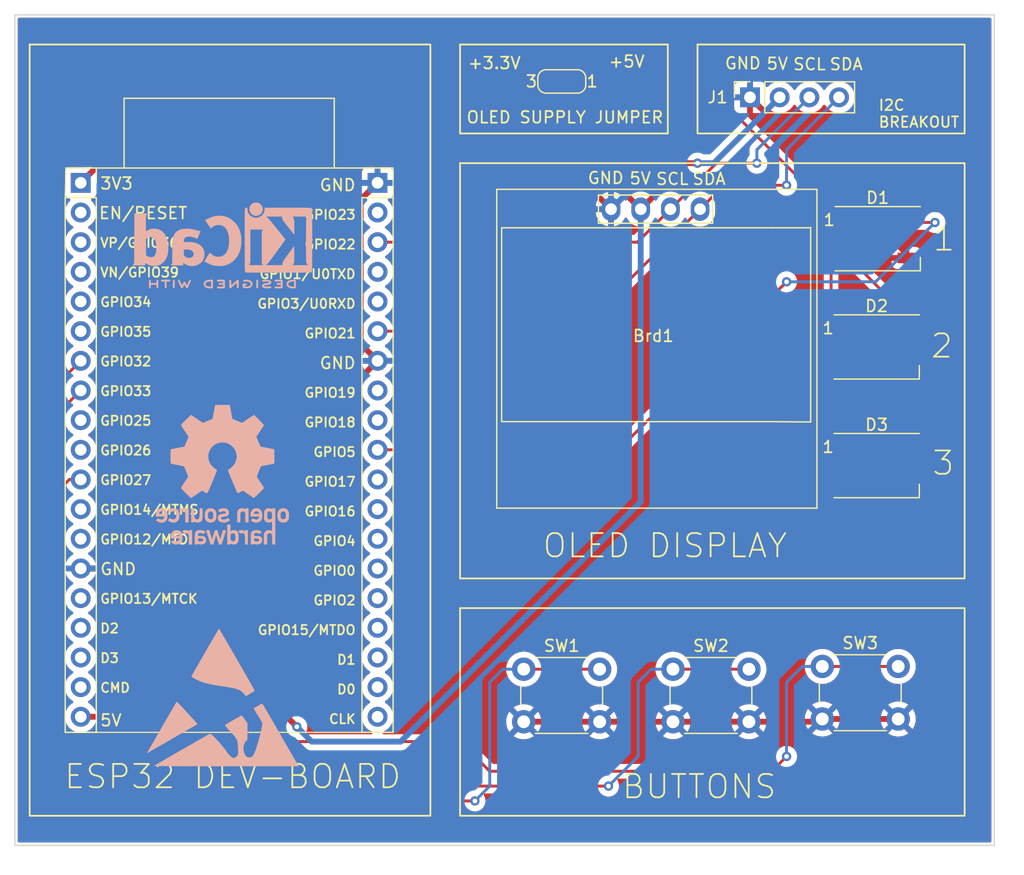
<source format=kicad_pcb>
(kicad_pcb (version 20221018) (generator pcbnew)
  (layers (0 "F.Cu" signal) (31 "B.Cu" signal) (34 "B.Paste" user) (35 "F.Paste" user) (36 "B.SilkS" user "B.Silkscreen") (37 "F.SilkS" user "F.Silkscreen") (38 "B.Mask" user) (39 "F.Mask" user) (44 "Edge.Cuts" user))
  (net 0 "")
  (net 1 "+5V")
  (net 2 "GND")
  (net 3 "/SCL")
  (net 4 "/SDA")
  (net 5 "/OLED_PWR")
  (net 6 "Net-(D1-DOUT)")
  (net 7 "/LED")
  (net 8 "Net-(D2-DOUT)")
  (net 10 "+3.3V")
  (net 11 "/SW3")
  (net 12 "/SW2")
  (net 13 "/SW1")
  (footprint "LED_SMD:LED_WS2812B_PLCC4_5.0x5.0mm_P3.2mm" (layer "F.Cu") (at 180.52 77.587795)
    (fp_text reference "D1" (at 0 -3.5) (layer "F.SilkS"))
    (fp_text value "WS2812B")
    (fp_text user "1" (at -4.15 -1.6) (layer "F.SilkS"))
    (pad "1" smd rect (at -2.45 -1.65) (size 1.5 0.9) (layers "F.Cu" "F.Paste" "F.Mask") (net 5 "/OLED_PWR"))
    (pad "2" smd rect (at -2.45 1.65) (size 1.5 0.9) (layers "F.Cu" "F.Paste" "F.Mask") (net 6 "Net-(D1-DOUT)"))
    (pad "3" smd rect (at 2.45 1.65) (size 1.5 0.9) (layers "F.Cu" "F.Paste" "F.Mask") (net 2 "GND"))
    (pad "4" smd rect (at 2.45 -1.65) (size 1.5 0.9) (layers "F.Cu" "F.Paste" "F.Mask") (net 7 "/LED"))
  )
  (footprint "Connector_PinSocket_2.54mm:PinSocket_1x04_P2.54mm_Vertical" (layer "F.Cu") (at 169.590279 65.481827 90)
    (fp_text reference "J1" (at 0 -2.77 180) (layer "F.SilkS"))
    (fp_text value "I2C BREAKOUT" hide)
    (pad "1" thru_hole rect (at 0 0 90) (size 1.7 1.7) (drill 1) (layers "*.Cu" "*.Mask") (net 2 "GND"))
    (pad "2" thru_hole oval (at 0 2.54 90) (size 1.7 1.7) (drill 1) (layers "*.Cu" "*.Mask") (net 1 "+5V"))
    (pad "3" thru_hole oval (at 0 5.08 90) (size 1.7 1.7) (drill 1) (layers "*.Cu" "*.Mask") (net 3 "/SCL"))
    (pad "4" thru_hole oval (at 0 7.62 90) (size 1.7 1.7) (drill 1) (layers "*.Cu" "*.Mask") (net 4 "/SDA"))
  )
  (footprint "SSD1306:128x64OLED_No_Holes" (layer "F.Cu") (at 161.32 85.66)
    (fp_text reference "Brd1" (at 0 0.254) (layer "F.SilkS"))
    (fp_text value "SSD1306")
    (pad "1" thru_hole oval (at -3.62 -10.6 90) (size 2 1.6) (drill 1) (layers "*.Cu" "*.Mask") (net 2 "GND"))
    (pad "2" thru_hole oval (at -1.08 -10.6 90) (size 2 1.6) (drill 1) (layers "*.Cu" "*.Mask") (net 1 "+5V"))
    (pad "3" thru_hole oval (at 1.46 -10.6 90) (size 2 1.6) (drill 1) (layers "*.Cu" "*.Mask") (net 3 "/SCL"))
    (pad "4" thru_hole oval (at 4 -10.6 90) (size 2 1.6) (drill 1) (layers "*.Cu" "*.Mask") (net 4 "/SDA"))
  )
  (footprint "Button_Switch_THT:SW_PUSH_6mm" (layer "F.Cu") (at 150.226351 114.449741)
    (fp_text reference "SW1" (at 3.25 -2) (layer "F.SilkS"))
    (fp_text value "SW_Push")
    (pad "1" thru_hole circle (at 0 0 90) (size 2 2) (drill 1.1) (layers "*.Cu" "*.Mask") (net 13 "/SW1"))
    (pad "1" thru_hole circle (at 6.5 0 90) (size 2 2) (drill 1.1) (layers "*.Cu" "*.Mask") (net 13 "/SW1"))
    (pad "2" thru_hole circle (at 0 4.5 90) (size 2 2) (drill 1.1) (layers "*.Cu" "*.Mask") (net 2 "GND"))
    (pad "2" thru_hole circle (at 6.5 4.5 90) (size 2 2) (drill 1.1) (layers "*.Cu" "*.Mask") (net 2 "GND"))
  )
  (footprint "PCM_Espressif:ESP32-DevKitC_Shield2" (layer "F.Cu") (at 112.319208 72.805507)
    (fp_text reference "U1" hide)
    (fp_text value "ESP32-DevKitC" hide)
    (fp_text user "GPIO34" (at 1.584654 10.216056 unlocked) (layer "F.SilkS") (effects (font (size 0.8 0.8)) (justify left)))
    (fp_text user "GPIO18" (at 23.607538 20.515064 unlocked) (layer "F.SilkS") (effects (font (size 0.8 0.8)) (justify right)))
    (fp_text user "GPIO23" (at 23.607538 2.735064 unlocked) (layer "F.SilkS") (effects (font (size 0.8 0.8)) (justify right)))
    (fp_text user "GND" (at 23.607538 0.195064 unlocked) (layer "F.SilkS") (effects (justify right)))
    (fp_text user "GND" (at 23.607538 15.435064 unlocked) (layer "F.SilkS") (effects (justify right)))
    (fp_text user "D0" (at 23.607538 43.375064 unlocked) (layer "F.SilkS") (effects (font (size 0.8 0.8)) (justify right)))
    (fp_text user "CMD" (at 1.584654 43.236056 unlocked) (layer "F.SilkS") (effects (font (size 0.8 0.8)) (justify left)))
    (fp_text user "D3" (at 1.584654 40.696056 unlocked) (layer "F.SilkS") (effects (font (size 0.8 0.8)) (justify left)))
    (fp_text user "GPIO5" (at 23.607538 23.055064 unlocked) (layer "F.SilkS") (effects (font (size 0.8 0.8)) (justify right)))
    (fp_text user "VP/GPIO36" (at 1.584654 5.136056 unlocked) (layer "F.SilkS") (effects (font (size 0.8 0.8)) (justify left)))
    (fp_text user "GPIO4" (at 23.607538 30.675064 unlocked) (layer "F.SilkS") (effects (font (size 0.8 0.8)) (justify right)))
    (fp_text user "GPIO1/U0TXD" (at 23.607538 7.815064 unlocked) (layer "F.SilkS") (effects (font (size 0.8 0.8)) (justify right)))
    (fp_text user "GPIO12/MTDI" (at 1.584654 30.536056 unlocked) (layer "F.SilkS") (effects (font (size 0.8 0.8)) (justify left)))
    (fp_text user "GPIO32" (at 1.584654 15.296056 unlocked) (layer "F.SilkS") (effects (font (size 0.8 0.8)) (justify left)))
    (fp_text user "GPIO15/MTDO" (at 23.607538 38.295064 unlocked) (layer "F.SilkS") (effects (font (size 0.8 0.8)) (justify right)))
    (fp_text user "VN/GPIO39" (at 1.584654 7.676056 unlocked) (layer "F.SilkS") (effects (font (size 0.8 0.8)) (justify left)))
    (fp_text user "GPIO2" (at 23.607538 35.755064 unlocked) (layer "F.SilkS") (effects (font (size 0.8 0.8)) (justify right)))
    (fp_text user "GPIO14/MTMS" (at 1.584654 27.996056 unlocked) (layer "F.SilkS") (effects (font (size 0.8 0.8)) (justify left)))
    (fp_text user "GPIO25" (at 1.584654 20.376056 unlocked) (layer "F.SilkS") (effects (font (size 0.8 0.8)) (justify left)))
    (fp_text user "GPIO35" (at 1.584654 12.756056 unlocked) (layer "F.SilkS") (effects (font (size 0.8 0.8)) (justify left)))
    (fp_text user "EN/RESET" (at 9.200974 2.593336 unlocked) (layer "F.SilkS") (effects (justify right)))
    (fp_text user "GPIO27" (at 1.584654 25.456056 unlocked) (layer "F.SilkS") (effects (font (size 0.8 0.8)) (justify left)))
    (fp_text user "GPIO22" (at 23.607538 5.275064 unlocked) (layer "F.SilkS") (effects (font (size 0.8 0.8)) (justify right)))
    (fp_text user "GPIO26" (at 1.584654 22.916056 unlocked) (layer "F.SilkS") (effects (font (size 0.8 0.8)) (justify left)))
    (fp_text user "D2" (at 1.584654 38.156056 unlocked) (layer "F.SilkS") (effects (font (size 0.8 0.8)) (justify left)))
    (fp_text user "GPIO13/MTCK" (at 1.584654 35.616056 unlocked) (layer "F.SilkS") (effects (font (size 0.8 0.8)) (justify left)))
    (fp_text user "GPIO19" (at 23.607538 17.975064 unlocked) (layer "F.SilkS") (effects (font (size 0.8 0.8)) (justify right)))
    (fp_text user "3V3" (at 1.584654 0.056056 unlocked) (layer "F.SilkS") (effects (justify left)))
    (fp_text user "GPIO0" (at 23.607538 33.215064 unlocked) (layer "F.SilkS") (effects (font (size 0.8 0.8)) (justify right)))
    (fp_text user "GPIO33" (at 1.584654 17.836056 unlocked) (layer "F.SilkS") (effects (font (size 0.8 0.8)) (justify left)))
    (fp_text user "GPIO21" (at 23.607538 12.895064 unlocked) (layer "F.SilkS") (effects (font (size 0.8 0.8)) (justify right)))
    (fp_text user "GPIO3/U0RXD" (at 23.607538 10.355064 unlocked) (layer "F.SilkS") (effects (font (size 0.8 0.8)) (justify right)))
    (fp_text user "5V" (at 1.580974 46.027336 unlocked) (layer "F.SilkS") (effects (justify left)))
    (fp_text user "CLK" (at 23.607538 45.915064 unlocked) (layer "F.SilkS") (effects (font (size 0.8 0.8)) (justify right)))
    (fp_text user "D1" (at 23.607538 40.835064 unlocked) (layer "F.SilkS") (effects (font (size 0.8 0.8)) (justify right)))
    (fp_text user "GPIO16" (at 23.607538 28.135064 unlocked) (layer "F.SilkS") (effects (font (size 0.8 0.8)) (justify right)))
    (fp_text user "GND" (at 1.584654 33.076056 unlocked) (layer "F.SilkS") (effects (justify left)))
    (fp_text user "GPIO17" (at 23.607538 25.595064 unlocked) (layer "F.SilkS") (effects (font (size 0.8 0.8)) (justify right)))
    (pad "1" thru_hole rect (at 0 0) (size 1.7 1.7) (drill 1) (layers "*.Cu" "*.Mask") (net 10 "+3.3V"))
    (pad "2" thru_hole oval (at 0 2.54) (size 1.7 1.7) (drill 1) (layers "*.Cu" "*.Mask"))
    (pad "3" thru_hole oval (at 0 5.08) (size 1.7 1.7) (drill 1) (layers "*.Cu" "*.Mask"))
    (pad "4" thru_hole oval (at 0 7.62) (size 1.7 1.7) (drill 1) (layers "*.Cu" "*.Mask"))
    (pad "5" thru_hole oval (at 0 10.16) (size 1.7 1.7) (drill 1) (layers "*.Cu" "*.Mask"))
    (pad "6" thru_hole oval (at 0 12.7) (size 1.7 1.7) (drill 1) (layers "*.Cu" "*.Mask"))
    (pad "7" thru_hole oval (at 0 15.24) (size 1.7 1.7) (drill 1) (layers "*.Cu" "*.Mask") (net 13 "/SW1"))
    (pad "8" thru_hole oval (at 0 17.78) (size 1.7 1.7) (drill 1) (layers "*.Cu" "*.Mask") (net 12 "/SW2"))
    (pad "9" thru_hole oval (at 0 20.32) (size 1.7 1.7) (drill 1) (layers "*.Cu" "*.Mask"))
    (pad "10" thru_hole oval (at 0 22.86) (size 1.7 1.7) (drill 1) (layers "*.Cu" "*.Mask"))
    (pad "11" thru_hole oval (at 0 25.4) (size 1.7 1.7) (drill 1) (layers "*.Cu" "*.Mask") (net 11 "/SW3"))
    (pad "12" thru_hole oval (at 0 27.94) (size 1.7 1.7) (drill 1) (layers "*.Cu" "*.Mask"))
    (pad "13" thru_hole oval (at 0 30.48) (size 1.7 1.7) (drill 1) (layers "*.Cu" "*.Mask"))
    (pad "14" thru_hole oval (at 0 33.02) (size 1.7 1.7) (drill 1) (layers "*.Cu" "*.Mask") (net 2 "GND"))
    (pad "15" thru_hole oval (at 0 35.56) (size 1.7 1.7) (drill 1) (layers "*.Cu" "*.Mask"))
    (pad "16" thru_hole oval (at 0 38.1) (size 1.7 1.7) (drill 1) (layers "*.Cu" "*.Mask"))
    (pad "17" thru_hole oval (at 0 40.64) (size 1.7 1.7) (drill 1) (layers "*.Cu" "*.Mask"))
    (pad "18" thru_hole oval (at 0 43.18) (size 1.7 1.7) (drill 1) (layers "*.Cu" "*.Mask"))
    (pad "19" thru_hole oval (at 0 45.72) (size 1.7 1.7) (drill 1) (layers "*.Cu" "*.Mask") (net 1 "+5V"))
    (pad "20" thru_hole oval (at 25.4 45.72) (size 1.7 1.7) (drill 1) (layers "*.Cu" "*.Mask"))
    (pad "21" thru_hole oval (at 25.4 43.18) (size 1.7 1.7) (drill 1) (layers "*.Cu" "*.Mask"))
    (pad "22" thru_hole oval (at 25.4 40.64) (size 1.7 1.7) (drill 1) (layers "*.Cu" "*.Mask"))
    (pad "23" thru_hole oval (at 25.4 38.1) (size 1.7 1.7) (drill 1) (layers "*.Cu" "*.Mask"))
    (pad "24" thru_hole oval (at 25.4 35.56) (size 1.7 1.7) (drill 1) (layers "*.Cu" "*.Mask"))
    (pad "25" thru_hole oval (at 25.4 33.02) (size 1.7 1.7) (drill 1) (layers "*.Cu" "*.Mask"))
    (pad "26" thru_hole oval (at 25.4 30.48) (size 1.7 1.7) (drill 1) (layers "*.Cu" "*.Mask"))
    (pad "27" thru_hole oval (at 25.4 27.94) (size 1.7 1.7) (drill 1) (layers "*.Cu" "*.Mask"))
    (pad "28" thru_hole oval (at 25.4 25.4) (size 1.7 1.7) (drill 1) (layers "*.Cu" "*.Mask"))
    (pad "29" thru_hole oval (at 25.4 22.86) (size 1.7 1.7) (drill 1) (layers "*.Cu" "*.Mask") (net 7 "/LED"))
    (pad "30" thru_hole oval (at 25.4 20.32) (size 1.7 1.7) (drill 1) (layers "*.Cu" "*.Mask"))
    (pad "31" thru_hole oval (at 25.4 17.78) (size 1.7 1.7) (drill 1) (layers "*.Cu" "*.Mask"))
    (pad "32" thru_hole oval (at 25.4 15.24) (size 1.7 1.7) (drill 1) (layers "*.Cu" "*.Mask") (net 2 "GND"))
    (pad "33" thru_hole oval (at 25.4 12.7) (size 1.7 1.7) (drill 1) (layers "*.Cu" "*.Mask") (net 4 "/SDA"))
    (pad "34" thru_hole oval (at 25.4 10.16) (size 1.7 1.7) (drill 1) (layers "*.Cu" "*.Mask"))
    (pad "35" thru_hole oval (at 25.4 7.62) (size 1.7 1.7) (drill 1) (layers "*.Cu" "*.Mask"))
    (pad "36" thru_hole oval (at 25.4 5.08) (size 1.7 1.7) (drill 1) (layers "*.Cu" "*.Mask") (net 3 "/SCL"))
    (pad "37" thru_hole oval (at 25.4 2.54) (size 1.7 1.7) (drill 1) (layers "*.Cu" "*.Mask"))
    (pad "38" thru_hole rect (at 25.4 0) (size 1.7 1.7) (drill 1) (layers "*.Cu" "*.Mask") (net 2 "GND"))
  )
  (footprint "Jumper:SolderJumper-3_P1.3mm_Bridged12_RoundedPad1.0x1.5mm_NumberLabels" (layer "F.Cu") (at 153.486402 64.123762 180)
    (fp_text reference "JP1" hide)
    (fp_text value "SolderJumper_5V_3V3" hide)
    (fp_text user "1" (at -2.6 0) (layer "F.SilkS"))
    (fp_text user "3" (at 2.6 0) (layer "F.SilkS"))
    (fp_poly (pts (xy -0.9 -0.3) (xy -0.4 -0.3) (xy -0.4 0.3) (xy -0.9 0.3)) (fill solid) (layer "F.Cu"))
    (pad "1" smd custom (at -1.3 0 180) (size 1 0.5) (layers "F.Cu" "F.Mask") (net 1 "+5V") (options (clearance outline) (anchor rect)) (primitives (gr_poly (pts (xy 0.55 0.75) (xy 0 0.75) (xy 0 -0.75) (xy 0.55 -0.75)) (width 0) (fill yes)) (gr_circle (center 0 0.25) (end 0.5 0.25) (width 0) (fill yes)) (gr_circle (center 0 -0.25) (end 0.5 -0.25) (width 0) (fill yes))))
    (pad "2" smd rect (at 0 0 180) (size 1 1.5) (layers "F.Cu" "F.Mask") (net 5 "/OLED_PWR"))
    (pad "3" smd custom (at 1.3 0 180) (size 1 0.5) (layers "F.Cu" "F.Mask") (net 10 "+3.3V") (options (clearance outline) (anchor rect)) (primitives (gr_circle (center 0 0.25) (end 0.5 0.25) (width 0) (fill yes)) (gr_circle (center 0 -0.25) (end 0.5 -0.25) (width 0) (fill yes)) (gr_poly (pts (xy 0 0.75) (xy -0.55 0.75) (xy -0.55 -0.75) (xy 0 -0.75)) (width 0) (fill yes))))
  )
  (footprint "Button_Switch_THT:SW_PUSH_6mm" (layer "F.Cu") (at 163.001351 114.449741)
    (fp_text reference "SW2" (at 3.25 -2) (layer "F.SilkS"))
    (fp_text value "SW_Push")
    (pad "1" thru_hole circle (at 0 0 90) (size 2 2) (drill 1.1) (layers "*.Cu" "*.Mask") (net 12 "/SW2"))
    (pad "1" thru_hole circle (at 6.5 0 90) (size 2 2) (drill 1.1) (layers "*.Cu" "*.Mask") (net 12 "/SW2"))
    (pad "2" thru_hole circle (at 0 4.5 90) (size 2 2) (drill 1.1) (layers "*.Cu" "*.Mask") (net 2 "GND"))
    (pad "2" thru_hole circle (at 6.5 4.5 90) (size 2 2) (drill 1.1) (layers "*.Cu" "*.Mask") (net 2 "GND"))
  )
  (footprint "LED_SMD:LED_WS2812B_PLCC4_5.0x5.0mm_P3.2mm" (layer "F.Cu") (at 180.43 86.857795)
    (fp_text reference "D2" (at 0 -3.5) (layer "F.SilkS"))
    (fp_text value "WS2812B")
    (fp_text user "1" (at -4.15 -1.6) (layer "F.SilkS"))
    (pad "1" smd rect (at -2.45 -1.65) (size 1.5 0.9) (layers "F.Cu" "F.Paste" "F.Mask") (net 5 "/OLED_PWR"))
    (pad "2" smd rect (at -2.45 1.65) (size 1.5 0.9) (layers "F.Cu" "F.Paste" "F.Mask") (net 8 "Net-(D2-DOUT)"))
    (pad "3" smd rect (at 2.45 1.65) (size 1.5 0.9) (layers "F.Cu" "F.Paste" "F.Mask") (net 2 "GND"))
    (pad "4" smd rect (at 2.45 -1.65) (size 1.5 0.9) (layers "F.Cu" "F.Paste" "F.Mask") (net 6 "Net-(D1-DOUT)"))
  )
  (footprint "Button_Switch_THT:SW_PUSH_6mm" (layer "F.Cu") (at 175.776351 114.214632)
    (fp_text reference "SW3" (at 3.25 -2) (layer "F.SilkS"))
    (fp_text value "SW_Push")
    (pad "1" thru_hole circle (at 0 0 90) (size 2 2) (drill 1.1) (layers "*.Cu" "*.Mask") (net 11 "/SW3"))
    (pad "1" thru_hole circle (at 6.5 0 90) (size 2 2) (drill 1.1) (layers "*.Cu" "*.Mask") (net 11 "/SW3"))
    (pad "2" thru_hole circle (at 0 4.5 90) (size 2 2) (drill 1.1) (layers "*.Cu" "*.Mask") (net 2 "GND"))
    (pad "2" thru_hole circle (at 6.5 4.5 90) (size 2 2) (drill 1.1) (layers "*.Cu" "*.Mask") (net 2 "GND"))
  )
  (footprint "LED_SMD:LED_WS2812B_PLCC4_5.0x5.0mm_P3.2mm" (layer "F.Cu") (at 180.43 97.017795)
    (fp_text reference "D3" (at 0 -3.5) (layer "F.SilkS"))
    (fp_text value "WS2812B")
    (fp_text user "1" (at -4.15 -1.6) (layer "F.SilkS"))
    (pad "1" smd rect (at -2.45 -1.65) (size 1.5 0.9) (layers "F.Cu" "F.Paste" "F.Mask") (net 5 "/OLED_PWR"))
    (pad "2" smd rect (at -2.45 1.65) (size 1.5 0.9) (layers "F.Cu" "F.Paste" "F.Mask"))
    (pad "3" smd rect (at 2.45 1.65) (size 1.5 0.9) (layers "F.Cu" "F.Paste" "F.Mask") (net 2 "GND"))
    (pad "4" smd rect (at 2.45 -1.65) (size 1.5 0.9) (layers "F.Cu" "F.Paste" "F.Mask") (net 8 "Net-(D2-DOUT)"))
  )
  (footprint "Symbol:ESD-Logo_13.2x12mm_SilkScreen" (layer "B.Cu") (at 124.46 116.84 180)
    (fp_text reference "REF**" hide)
    (fp_text value "ESD-Logo_13.2x12mm_SilkScreen" hide)
  )
  (footprint "Symbol:OSHW-Logo_11.4x12mm_SilkScreen" (layer "B.Cu") (at 124.46 97.79 180)
    (fp_text reference "REF**" hide)
    (fp_text value "OSHW-Logo_11.4x12mm_SilkScreen" hide)
  )
  (footprint "Symbol:KiCad-Logo2_6mm_SilkScreen" (layer "B.Cu") (at 124.46 77.47 180)
    (fp_text reference "REF**" hide)
    (fp_text value "KiCad-Logo2_6mm_SilkScreen" hide)
  )
  (gr_rect (start 144.78 60.96) (end 162.56 68.58) (stroke (width 0.15)) (fill none) (layer "F.SilkS"))
  (gr_rect (start 144.78 71.12) (end 187.96 106.68) (stroke (width 0.15)) (fill none) (layer "F.SilkS"))
  (gr_rect (start 165.1 60.96) (end 187.96 68.58) (stroke (width 0.15)) (fill none) (layer "F.SilkS"))
  (gr_rect (start 107.95 60.96) (end 142.24 127) (stroke (width 0.15)) (fill none) (layer "F.SilkS"))
  (gr_rect (start 144.78 109.22) (end 187.96 127) (stroke (width 0.15)) (fill none) (layer "F.SilkS"))
  (gr_rect (start 106.68 58.42) (end 190.5 129.54) (stroke (width 0.1)) (fill none) (layer "Edge.Cuts"))
  (gr_text "I2C\nBREAKOUT" (at 180.519691 68.13405) (layer "F.SilkS") (effects (font (size 0.9 0.9)) (justify left bottom)))
  (gr_text "OLED DISPLAY" (at 151.740509 105.044869) (layer "F.SilkS") (effects (font (size 2 2)) (justify left bottom)))
  (gr_text "BUTTONS\n" (at 158.530167 125.670503) (layer "F.SilkS") (effects (font (size 2 2)) (justify left bottom)))
  (gr_text "SCL" (at 161.466505 73.054858) (layer "F.SilkS") (effects (font (size 1 1)) (justify left bottom)))
  (gr_text "SDA" (at 164.589463 73.054858) (layer "F.SilkS") (effects (font (size 1 1)) (justify left bottom)))
  (gr_text "1" (at 185.139672 78.781488) (layer "F.SilkS") (effects (font (size 2 2)) (justify left bottom)))
  (gr_text "5V" (at 170.929182 63.195437) (layer "F.SilkS") (effects (font (size 1 1)) (justify left bottom)))
  (gr_text "3" (at 185.078333 97.971894) (layer "F.SilkS") (effects (font (size 2 2)) (justify left bottom)))
  (gr_text "SCL" (at 173.200425 63.235995) (layer "F.SilkS") (effects (font (size 1 1)) (justify left bottom)))
  (gr_text "ESP32 DEV-BOARD" (at 110.803254 124.813377) (layer "F.SilkS") (effects (font (size 2 2)) (justify left bottom)))
  (gr_text "GND" (at 155.626167 72.973742) (layer "F.SilkS") (effects (font (size 1 1)) (justify left bottom)))
  (gr_text "+3.3V" (at 145.385358 63.138482) (layer "F.SilkS") (effects (font (size 1 1)) (justify left bottom)))
  (gr_text "SDA" (at 176.323383 63.235995) (layer "F.SilkS") (effects (font (size 1 1)) (justify left bottom)))
  (gr_text "OLED SUPPLY JUMPER" (at 145.251946 67.782827) (layer "F.SilkS") (effects (font (size 1 1)) (justify left bottom)))
  (gr_text "GND" (at 167.360087 63.154879) (layer "F.SilkS") (effects (font (size 1 1)) (justify left bottom)))
  (gr_text "2" (at 184.955656 87.943026) (layer "F.SilkS") (effects (font (size 2 2)) (justify left bottom)))
  (gr_text "+5V" (at 157.420503 63.004118) (layer "F.SilkS") (effects (font (size 1 1)) (justify left bottom)))
  (gr_text "5V" (at 159.195262 73.0143) (layer "F.SilkS") (effects (font (size 1 1)) (justify left bottom)))
  (segment (start 129.955507 118.525507) (end 130.81 119.38) (width 0.5) (layer "F.Cu") (net 1))
  (segment (start 154.786402 64.123762) (end 154.786402 69.606402) (width 0.5) (layer "F.Cu") (net 1))
  (segment (start 112.319208 118.525507) (end 129.955507 118.525507) (width 0.5) (layer "F.Cu") (net 1))
  (segment (start 154.786402 69.606402) (end 160.24 75.06) (width 0.5) (layer "F.Cu") (net 1))
  (segment (start 164.18 71.12) (end 165.1 71.12) (width 0.5) (layer "F.Cu") (net 1))
  (segment (start 160.24 75.06) (end 164.18 71.12) (width 0.5) (layer "F.Cu") (net 1))
  (via (at 165.1 71.12) (size 0.8) (drill 0.4) (layers "F.Cu" "B.Cu") (net 1))
  (via (at 130.81 119.38) (size 0.8) (drill 0.4) (layers "F.Cu" "B.Cu") (net 1))
  (segment (start 132.08 120.65) (end 139.7 120.65) (width 0.5) (layer "B.Cu") (net 1))
  (segment (start 166.492106 71.12) (end 172.130279 65.481827) (width 0.5) (layer "B.Cu") (net 1))
  (segment (start 139.7 120.65) (end 160.24 100.11) (width 0.5) (layer "B.Cu") (net 1))
  (segment (start 165.1 71.12) (end 166.492106 71.12) (width 0.5) (layer "B.Cu") (net 1))
  (segment (start 160.24 100.11) (end 160.24 75.06) (width 0.5) (layer "B.Cu") (net 1))
  (segment (start 130.81 119.38) (end 132.08 120.65) (width 0.5) (layer "B.Cu") (net 1))
  (segment (start 185.42 115.570983) (end 185.42 101.207795) (width 0.5) (layer "F.Cu") (net 2))
  (segment (start 185.42 81.687795) (end 182.97 79.237795) (width 0.5) (layer "F.Cu") (net 2))
  (segment (start 182.276351 118.714632) (end 185.42 115.570983) (width 0.5) (layer "F.Cu") (net 2))
  (segment (start 136.269208 74.255507) (end 137.719208 72.805507) (width 0.5) (layer "F.Cu") (net 2))
  (segment (start 136.269208 86.595507) (end 136.269208 74.255507) (width 0.5) (layer "F.Cu") (net 2))
  (segment (start 163.001351 118.949741) (end 169.501351 118.949741) (width 0.5) (layer "F.Cu") (net 2))
  (segment (start 119.939208 105.825507) (end 137.719208 88.045507) (width 0.5) (layer "F.Cu") (net 2))
  (segment (start 185.42 101.207795) (end 182.88 98.667795) (width 0.5) (layer "F.Cu") (net 2))
  (segment (start 156.726351 118.949741) (end 163.001351 118.949741) (width 0.5) (layer "F.Cu") (net 2))
  (segment (start 150.226351 118.949741) (end 156.726351 118.949741) (width 0.5) (layer "F.Cu") (net 2))
  (segment (start 182.97 78.861548) (end 182.97 79.237795) (width 0.5) (layer "F.Cu") (net 2))
  (segment (start 169.590279 65.481827) (end 182.97 78.861548) (width 0.5) (layer "F.Cu") (net 2))
  (segment (start 175.541242 118.949741) (end 175.776351 118.714632) (width 0.5) (layer "F.Cu") (net 2))
  (segment (start 185.42 91.047795) (end 182.88 88.507795) (width 0.5) (layer "F.Cu") (net 2))
  (segment (start 175.776351 118.714632) (end 182.276351 118.714632) (width 0.5) (layer "F.Cu") (net 2))
  (segment (start 155.445507 72.805507) (end 157.7 75.06) (width 0.5) (layer "F.Cu") (net 2))
  (segment (start 137.719208 88.045507) (end 136.269208 86.595507) (width 0.5) (layer "F.Cu") (net 2))
  (segment (start 182.88 88.507795) (end 185.42 85.967795) (width 0.5) (layer "F.Cu") (net 2))
  (segment (start 185.42 96.127795) (end 185.42 91.047795) (width 0.5) (layer "F.Cu") (net 2))
  (segment (start 112.319208 105.825507) (end 119.939208 105.825507) (width 0.5) (layer "F.Cu") (net 2))
  (segment (start 169.501351 118.949741) (end 175.541242 118.949741) (width 0.5) (layer "F.Cu") (net 2))
  (segment (start 185.42 85.967795) (end 185.42 81.687795) (width 0.5) (layer "F.Cu") (net 2))
  (segment (start 137.719208 72.805507) (end 155.445507 72.805507) (width 0.5) (layer "F.Cu") (net 2))
  (segment (start 182.88 98.667795) (end 185.42 96.127795) (width 0.5) (layer "F.Cu") (net 2))
  (segment (start 157.7 75.06) (end 167.278173 65.481827) (width 0.5) (layer "B.Cu") (net 2))
  (segment (start 167.278173 65.481827) (end 169.590279 65.481827) (width 0.5) (layer "B.Cu") (net 2))
  (segment (start 162.78 75.06) (end 166.72 71.12) (width 0.25) (layer "F.Cu") (net 3))
  (segment (start 159.954493 77.885507) (end 137.719208 77.885507) (width 0.25) (layer "F.Cu") (net 3))
  (segment (start 162.78 75.06) (end 159.954493 77.885507) (width 0.25) (layer "F.Cu") (net 3))
  (segment (start 166.72 71.12) (end 170.18 71.12) (width 0.25) (layer "F.Cu") (net 3))
  (via (at 170.18 71.12) (size 0.8) (drill 0.4) (layers "F.Cu" "B.Cu") (net 3))
  (segment (start 170.18 69.972106) (end 174.670279 65.481827) (width 0.25) (layer "B.Cu") (net 3))
  (segment (start 170.18 71.12) (end 170.18 69.972106) (width 0.25) (layer "B.Cu") (net 3))
  (segment (start 165.32 75.06) (end 154.874493 85.505507) (width 0.25) (layer "F.Cu") (net 4))
  (segment (start 167.3645 73.0155) (end 172.72 73.0155) (width 0.25) (layer "F.Cu") (net 4))
  (segment (start 154.874493 85.505507) (end 137.719208 85.505507) (width 0.25) (layer "F.Cu") (net 4))
  (segment (start 165.32 75.06) (end 167.3645 73.0155) (width 0.25) (layer "F.Cu") (net 4))
  (via (at 172.72 73.0155) (size 0.8) (drill 0.4) (layers "F.Cu" "B.Cu") (net 4))
  (segment (start 172.72 69.972106) (end 177.210279 65.481827) (width 0.25) (layer "B.Cu") (net 4))
  (segment (start 172.72 73.0155) (end 172.72 69.972106) (width 0.25) (layer "B.Cu") (net 4))
  (segment (start 177.98 95.367795) (end 176.53 93.917795) (width 0.25) (layer "F.Cu") (net 5))
  (segment (start 176.53 86.657795) (end 177.98 85.207795) (width 0.25) (layer "F.Cu") (net 5))
  (segment (start 177.98 85.207795) (end 176.53 83.757795) (width 0.25) (layer "F.Cu") (net 5))
  (segment (start 153.486402 64.123762) (end 153.486402 63.373762) (width 0.25) (layer "F.Cu") (net 5))
  (segment (start 176.53 93.917795) (end 176.53 86.657795) (width 0.25) (layer "F.Cu") (net 5))
  (segment (start 176.53 77.477795) (end 178.07 75.937795) (width 0.25) (layer "F.Cu") (net 5))
  (segment (start 164.430967 63.048762) (end 177.32 75.937795) (width 0.25) (layer "F.Cu") (net 5))
  (segment (start 176.53 83.757795) (end 176.53 77.477795) (width 0.25) (layer "F.Cu") (net 5))
  (segment (start 153.811402 63.048762) (end 164.430967 63.048762) (width 0.25) (layer "F.Cu") (net 5))
  (segment (start 153.486402 63.373762) (end 153.811402 63.048762) (width 0.25) (layer "F.Cu") (net 5))
  (segment (start 177.32 75.937795) (end 178.07 75.937795) (width 0.25) (layer "F.Cu") (net 5))
  (segment (start 178.07 79.237795) (end 182.88 84.047795) (width 0.25) (layer "F.Cu") (net 6))
  (segment (start 182.88 84.047795) (end 182.88 85.207795) (width 0.25) (layer "F.Cu") (net 6))
  (segment (start 185.42 76.2) (end 183.232205 76.2) (width 0.25) (layer "F.Cu") (net 7))
  (segment (start 137.719208 95.665507) (end 158.334493 95.665507) (width 0.25) (layer "F.Cu") (net 7))
  (segment (start 158.334493 95.665507) (end 172.72 81.28) (width 0.25) (layer "F.Cu") (net 7))
  (segment (start 183.232205 76.2) (end 182.97 75.937795) (width 0.25) (layer "F.Cu") (net 7))
  (via (at 185.42 76.2) (size 0.8) (drill 0.4) (layers "F.Cu" "B.Cu") (net 7))
  (via (at 172.72 81.28) (size 0.8) (drill 0.4) (layers "F.Cu" "B.Cu") (net 7))
  (segment (start 180.34 81.28) (end 185.42 76.2) (width 0.25) (layer "B.Cu") (net 7))
  (segment (start 172.72 81.28) (end 180.34 81.28) (width 0.25) (layer "B.Cu") (net 7))
  (segment (start 182.88 93.407795) (end 182.88 95.367795) (width 0.25) (layer "F.Cu") (net 8))
  (segment (start 177.98 88.507795) (end 182.88 93.407795) (width 0.25) (layer "F.Cu") (net 8))
  (segment (start 121.000953 64.123762) (end 112.319208 72.805507) (width 0.5) (layer "F.Cu") (net 10))
  (segment (start 152.186402 64.123762) (end 121.000953 64.123762) (width 0.5) (layer "F.Cu") (net 10))
  (segment (start 111.76 120.65) (end 140.97 120.65) (width 0.25) (layer "F.Cu") (net 11))
  (segment (start 147.32 123.19) (end 171.45 123.19) (width 0.25) (layer "F.Cu") (net 11))
  (segment (start 144.78 120.65) (end 147.32 123.19) (width 0.25) (layer "F.Cu") (net 11))
  (segment (start 175.776351 114.214632) (end 182.276351 114.214632) (width 0.25) (layer "F.Cu") (net 11))
  (segment (start 171.45 123.19) (end 172.72 121.92) (width 0.25) (layer "F.Cu") (net 11))
  (segment (start 110.49 99.06) (end 110.49 119.38) (width 0.25) (layer "F.Cu") (net 11))
  (segment (start 111.344493 98.205507) (end 110.49 99.06) (width 0.25) (layer "F.Cu") (net 11))
  (segment (start 140.97 120.65) (end 144.78 120.65) (width 0.25) (layer "F.Cu") (net 11))
  (segment (start 110.49 119.38) (end 111.76 120.65) (width 0.25) (layer "F.Cu") (net 11))
  (segment (start 112.319208 98.205507) (end 111.344493 98.205507) (width 0.25) (layer "F.Cu") (net 11))
  (via (at 172.72 121.92) (size 0.8) (drill 0.4) (layers "F.Cu" "B.Cu") (net 11))
  (segment (start 172.72 121.92) (end 172.72 115.57) (width 0.25) (layer "B.Cu") (net 11))
  (segment (start 172.72 115.57) (end 174.075368 114.214632) (width 0.25) (layer "B.Cu") (net 11))
  (segment (start 174.075368 114.214632) (end 175.776351 114.214632) (width 0.25) (layer "B.Cu") (net 11))
  (segment (start 146.05 124.46) (end 157.48 124.46) (width 0.25) (layer "F.Cu") (net 12))
  (segment (start 111.76 121.92) (end 143.51 121.92) (width 0.25) (layer "F.Cu") (net 12))
  (segment (start 143.51 121.92) (end 146.05 124.46) (width 0.25) (layer "F.Cu") (net 12))
  (segment (start 109.22 93.684715) (end 109.22 95.25) (width 0.25) (layer "F.Cu") (net 12))
  (segment (start 112.319208 90.585507) (end 109.22 93.684715) (width 0.25) (layer "F.Cu") (net 12))
  (segment (start 109.22 119.38) (end 111.76 121.92) (width 0.25) (layer "F.Cu") (net 12))
  (segment (start 163.001351 114.449741) (end 169.501351 114.449741) (width 0.25) (layer "F.Cu") (net 12))
  (segment (start 109.22 95.25) (end 109.22 119.38) (width 0.25) (layer "F.Cu") (net 12))
  (via (at 157.48 124.46) (size 0.8) (drill 0.4) (layers "F.Cu" "B.Cu") (net 12))
  (segment (start 160.02 115.57) (end 161.140259 114.449741) (width 0.25) (layer "B.Cu") (net 12))
  (segment (start 161.140259 114.449741) (end 163.001351 114.449741) (width 0.25) (layer "B.Cu") (net 12))
  (segment (start 157.48 124.46) (end 160.02 121.92) (width 0.25) (layer "B.Cu") (net 12))
  (segment (start 160.02 121.92) (end 160.02 115.57) (width 0.25) (layer "B.Cu") (net 12))
  (segment (start 142.24 123.19) (end 144.78 125.73) (width 0.25) (layer "F.Cu") (net 13))
  (segment (start 107.95 119.38) (end 111.76 123.19) (width 0.25) (layer "F.Cu") (net 13))
  (segment (start 112.319208 88.045507) (end 107.95 92.414715) (width 0.25) (layer "F.Cu") (net 13))
  (segment (start 107.95 93.98) (end 107.95 119.38) (width 0.25) (layer "F.Cu") (net 13))
  (segment (start 107.95 92.414715) (end 107.95 93.98) (width 0.25) (layer "F.Cu") (net 13))
  (segment (start 111.76 123.19) (end 142.24 123.19) (width 0.25) (layer "F.Cu") (net 13))
  (segment (start 150.226351 114.449741) (end 156.726351 114.449741) (width 0.25) (layer "F.Cu") (net 13))
  (segment (start 144.78 125.73) (end 146.05 125.73) (width 0.25) (layer "F.Cu") (net 13))
  (via (at 146.05 125.73) (size 0.8) (drill 0.4) (layers "F.Cu" "B.Cu") (net 13))
  (segment (start 148.440259 114.449741) (end 150.226351 114.449741) (width 0.25) (layer "B.Cu") (net 13))
  (segment (start 147.32 115.57) (end 148.440259 114.449741) (width 0.25) (layer "B.Cu") (net 13))
  (segment (start 147.32 124.46) (end 147.32 115.57) (width 0.25) (layer "B.Cu") (net 13))
  (segment (start 146.05 125.73) (end 147.32 124.46) (width 0.25) (layer "B.Cu") (net 13))
  (zone (net 2) (net_name "GND") (layers "F&B.Cu") (connect_pads (clearance 0.5)) (min_thickness 0.25) (fill yes (thermal_gap 0.5) (thermal_bridge_width 0.5))
    (polygon (pts (xy 105.41 57.15) (xy 105.41 132.08) (xy 193.04 132.08) (xy 193.04 57.15)))
  )
)
</source>
